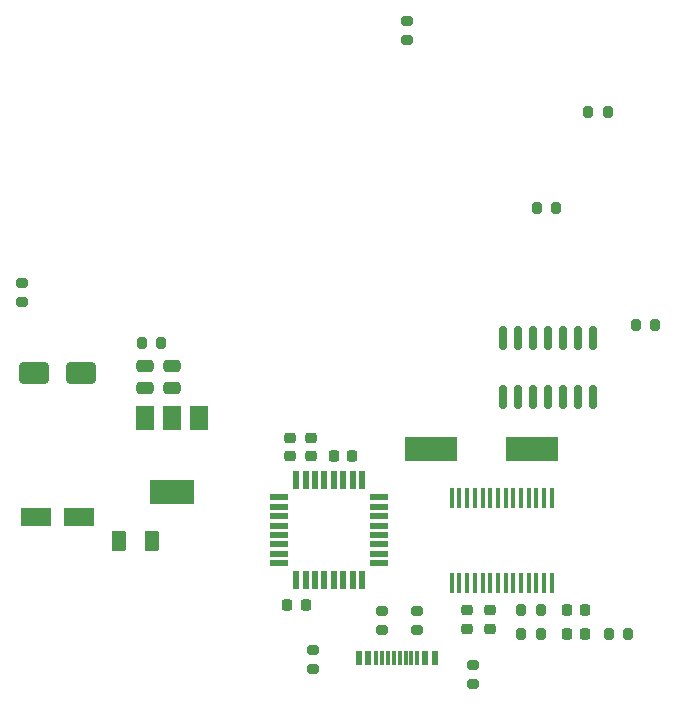
<source format=gtp>
G04 #@! TF.GenerationSoftware,KiCad,Pcbnew,7.0.8*
G04 #@! TF.CreationDate,2024-02-21T14:15:02-03:00*
G04 #@! TF.ProjectId,Lidar PCB,4c696461-7220-4504-9342-2e6b69636164,1.0*
G04 #@! TF.SameCoordinates,Original*
G04 #@! TF.FileFunction,Paste,Top*
G04 #@! TF.FilePolarity,Positive*
%FSLAX46Y46*%
G04 Gerber Fmt 4.6, Leading zero omitted, Abs format (unit mm)*
G04 Created by KiCad (PCBNEW 7.0.8) date 2024-02-21 14:15:02*
%MOMM*%
%LPD*%
G01*
G04 APERTURE LIST*
G04 Aperture macros list*
%AMRoundRect*
0 Rectangle with rounded corners*
0 $1 Rounding radius*
0 $2 $3 $4 $5 $6 $7 $8 $9 X,Y pos of 4 corners*
0 Add a 4 corners polygon primitive as box body*
4,1,4,$2,$3,$4,$5,$6,$7,$8,$9,$2,$3,0*
0 Add four circle primitives for the rounded corners*
1,1,$1+$1,$2,$3*
1,1,$1+$1,$4,$5*
1,1,$1+$1,$6,$7*
1,1,$1+$1,$8,$9*
0 Add four rect primitives between the rounded corners*
20,1,$1+$1,$2,$3,$4,$5,0*
20,1,$1+$1,$4,$5,$6,$7,0*
20,1,$1+$1,$6,$7,$8,$9,0*
20,1,$1+$1,$8,$9,$2,$3,0*%
G04 Aperture macros list end*
%ADD10RoundRect,0.200000X-0.200000X-0.275000X0.200000X-0.275000X0.200000X0.275000X-0.200000X0.275000X0*%
%ADD11RoundRect,0.218750X-0.218750X-0.256250X0.218750X-0.256250X0.218750X0.256250X-0.218750X0.256250X0*%
%ADD12RoundRect,0.250000X0.475000X-0.250000X0.475000X0.250000X-0.475000X0.250000X-0.475000X-0.250000X0*%
%ADD13RoundRect,0.200000X-0.275000X0.200000X-0.275000X-0.200000X0.275000X-0.200000X0.275000X0.200000X0*%
%ADD14R,4.500000X2.000000*%
%ADD15RoundRect,0.250000X1.050000X0.550000X-1.050000X0.550000X-1.050000X-0.550000X1.050000X-0.550000X0*%
%ADD16R,0.550000X1.600000*%
%ADD17R,1.600000X0.550000*%
%ADD18RoundRect,0.200000X0.275000X-0.200000X0.275000X0.200000X-0.275000X0.200000X-0.275000X-0.200000X0*%
%ADD19RoundRect,0.225000X-0.225000X-0.250000X0.225000X-0.250000X0.225000X0.250000X-0.225000X0.250000X0*%
%ADD20RoundRect,0.150000X-0.150000X0.825000X-0.150000X-0.825000X0.150000X-0.825000X0.150000X0.825000X0*%
%ADD21RoundRect,0.250000X-0.375000X-0.625000X0.375000X-0.625000X0.375000X0.625000X-0.375000X0.625000X0*%
%ADD22RoundRect,0.250000X1.000000X0.650000X-1.000000X0.650000X-1.000000X-0.650000X1.000000X-0.650000X0*%
%ADD23RoundRect,0.200000X0.200000X0.275000X-0.200000X0.275000X-0.200000X-0.275000X0.200000X-0.275000X0*%
%ADD24RoundRect,0.225000X0.250000X-0.225000X0.250000X0.225000X-0.250000X0.225000X-0.250000X-0.225000X0*%
%ADD25R,0.450000X1.750000*%
%ADD26RoundRect,0.225000X0.225000X0.250000X-0.225000X0.250000X-0.225000X-0.250000X0.225000X-0.250000X0*%
%ADD27R,0.600000X1.160000*%
%ADD28R,0.300000X1.160000*%
%ADD29R,1.500000X2.000000*%
%ADD30R,3.800000X2.000000*%
G04 APERTURE END LIST*
D10*
X169101000Y-121203000D03*
X170751000Y-121203000D03*
D11*
X165519500Y-119126000D03*
X167094500Y-119126000D03*
D12*
X132080000Y-100350000D03*
X132080000Y-98450000D03*
D13*
X144018000Y-122525000D03*
X144018000Y-124175000D03*
D14*
X162551000Y-105537000D03*
X154051000Y-105537000D03*
D15*
X124228000Y-111252000D03*
X120628000Y-111252000D03*
D16*
X148215000Y-108145000D03*
X147415000Y-108145000D03*
X146615000Y-108145000D03*
X145815000Y-108145000D03*
X145015000Y-108145000D03*
X144215000Y-108145000D03*
X143415000Y-108145000D03*
X142615000Y-108145000D03*
D17*
X141165000Y-109595000D03*
X141165000Y-110395000D03*
X141165000Y-111195000D03*
X141165000Y-111995000D03*
X141165000Y-112795000D03*
X141165000Y-113595000D03*
X141165000Y-114395000D03*
X141165000Y-115195000D03*
D16*
X142615000Y-116645000D03*
X143415000Y-116645000D03*
X144215000Y-116645000D03*
X145015000Y-116645000D03*
X145815000Y-116645000D03*
X146615000Y-116645000D03*
X147415000Y-116645000D03*
X148215000Y-116645000D03*
D17*
X149665000Y-115195000D03*
X149665000Y-114395000D03*
X149665000Y-113595000D03*
X149665000Y-112795000D03*
X149665000Y-111995000D03*
X149665000Y-111195000D03*
X149665000Y-110395000D03*
X149665000Y-109595000D03*
D18*
X152880000Y-120840000D03*
X152880000Y-119190000D03*
D19*
X141865000Y-118745000D03*
X143415000Y-118745000D03*
D10*
X161672000Y-121203000D03*
X163322000Y-121203000D03*
D18*
X152000000Y-70929000D03*
X152000000Y-69279000D03*
D20*
X167767000Y-96142000D03*
X166497000Y-96142000D03*
X165227000Y-96142000D03*
X163957000Y-96142000D03*
X162687000Y-96142000D03*
X161417000Y-96142000D03*
X160147000Y-96142000D03*
X160147000Y-101092000D03*
X161417000Y-101092000D03*
X162687000Y-101092000D03*
X163957000Y-101092000D03*
X165227000Y-101092000D03*
X166497000Y-101092000D03*
X167767000Y-101092000D03*
D21*
X127632000Y-113284000D03*
X130432000Y-113284000D03*
D22*
X124385500Y-99060000D03*
X120385500Y-99060000D03*
D23*
X131180000Y-96520000D03*
X129530000Y-96520000D03*
D12*
X129780000Y-100350000D03*
X129780000Y-98450000D03*
D24*
X142135000Y-106132000D03*
X142135000Y-104582000D03*
D10*
X161672000Y-119126000D03*
X163322000Y-119126000D03*
X163000000Y-85090000D03*
X164650000Y-85090000D03*
D13*
X119380000Y-91445000D03*
X119380000Y-93095000D03*
D10*
X167350000Y-77000000D03*
X169000000Y-77000000D03*
D11*
X165519500Y-121203000D03*
X167094500Y-121203000D03*
D24*
X159045000Y-120726000D03*
X159045000Y-119176000D03*
D18*
X149880000Y-120840000D03*
X149880000Y-119190000D03*
X157564800Y-125450000D03*
X157564800Y-123800000D03*
D10*
X171350000Y-95000000D03*
X173000000Y-95000000D03*
D25*
X164245000Y-109684000D03*
X163595000Y-109684000D03*
X162945000Y-109684000D03*
X162295000Y-109684000D03*
X161645000Y-109684000D03*
X160995000Y-109684000D03*
X160345000Y-109684000D03*
X159695000Y-109684000D03*
X159045000Y-109684000D03*
X158395000Y-109684000D03*
X157745000Y-109684000D03*
X157095000Y-109684000D03*
X156445000Y-109684000D03*
X155795000Y-109684000D03*
X155795000Y-116884000D03*
X156445000Y-116884000D03*
X157095000Y-116884000D03*
X157745000Y-116884000D03*
X158395000Y-116884000D03*
X159045000Y-116884000D03*
X159695000Y-116884000D03*
X160345000Y-116884000D03*
X160995000Y-116884000D03*
X161645000Y-116884000D03*
X162295000Y-116884000D03*
X162945000Y-116884000D03*
X163595000Y-116884000D03*
X164245000Y-116884000D03*
D24*
X157095000Y-120726000D03*
X157095000Y-119176000D03*
X143895000Y-106132000D03*
X143895000Y-104582000D03*
D26*
X147365000Y-106132000D03*
X145815000Y-106132000D03*
D27*
X147930000Y-123220000D03*
X148730000Y-123220000D03*
D28*
X149880000Y-123220000D03*
X150880000Y-123220000D03*
X151380000Y-123220000D03*
X152380000Y-123220000D03*
D27*
X153530000Y-123220000D03*
X154330000Y-123220000D03*
X154330000Y-123220000D03*
X153530000Y-123220000D03*
D28*
X152880000Y-123220000D03*
X151880000Y-123220000D03*
X150380000Y-123220000D03*
X149380000Y-123220000D03*
D27*
X148730000Y-123220000D03*
X147930000Y-123220000D03*
D29*
X134380000Y-102895000D03*
X132080000Y-102895000D03*
D30*
X132080000Y-109195000D03*
D29*
X129780000Y-102895000D03*
M02*

</source>
